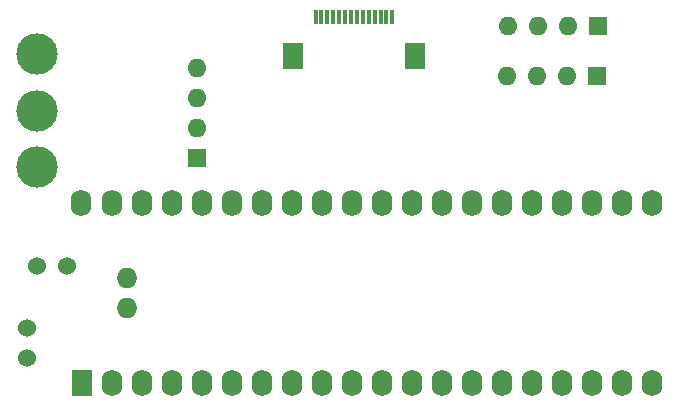
<source format=gbr>
%TF.GenerationSoftware,KiCad,Pcbnew,(6.0.7)*%
%TF.CreationDate,2023-06-13T14:52:57-04:00*%
%TF.ProjectId,STM32-NHD,53544d33-322d-44e4-9844-2e6b69636164,rev?*%
%TF.SameCoordinates,Original*%
%TF.FileFunction,Soldermask,Top*%
%TF.FilePolarity,Negative*%
%FSLAX46Y46*%
G04 Gerber Fmt 4.6, Leading zero omitted, Abs format (unit mm)*
G04 Created by KiCad (PCBNEW (6.0.7)) date 2023-06-13 14:52:57*
%MOMM*%
%LPD*%
G01*
G04 APERTURE LIST*
%ADD10C,3.500000*%
%ADD11C,1.524000*%
%ADD12R,1.600000X1.600000*%
%ADD13O,1.600000X1.600000*%
%ADD14R,1.727200X2.250000*%
%ADD15O,1.727200X2.250000*%
%ADD16O,1.727200X1.727200*%
%ADD17R,0.300000X1.300000*%
%ADD18R,1.800000X2.200000*%
G04 APERTURE END LIST*
D10*
%TO.C,REF\u002A\u002A*%
X129248408Y-97351088D03*
X129248408Y-92601088D03*
X129248408Y-87851088D03*
%TD*%
D11*
%TO.C,REF\u002A\u002A*%
X131776216Y-105794048D03*
X129236216Y-105794048D03*
%TD*%
D12*
%TO.C,*%
X176675000Y-89675000D03*
D13*
X174135000Y-89675000D03*
X171595000Y-89675000D03*
X169055000Y-89675000D03*
%TD*%
D14*
%TO.C,*%
X133065000Y-115675000D03*
D15*
X135605000Y-115675000D03*
X138145000Y-115675000D03*
X140685000Y-115675000D03*
X143225000Y-115675000D03*
X145765000Y-115675000D03*
X148305000Y-115675000D03*
X150845000Y-115675000D03*
X153385000Y-115675000D03*
X155925000Y-115675000D03*
X158465000Y-115675000D03*
X161005000Y-115675000D03*
X163545000Y-115675000D03*
X166085000Y-115675000D03*
X168625000Y-115675000D03*
X171165000Y-115675000D03*
X173705000Y-115675000D03*
X176245000Y-115675000D03*
X178785000Y-115675000D03*
X181325000Y-115675000D03*
X181325000Y-100435000D03*
X178785000Y-100435000D03*
X176245000Y-100435000D03*
X173705000Y-100435000D03*
X171165000Y-100435000D03*
X168625000Y-100435000D03*
X166085000Y-100435000D03*
X163545000Y-100435000D03*
X161005000Y-100435000D03*
X158465000Y-100435000D03*
X155925000Y-100435000D03*
X153385000Y-100435000D03*
X150845000Y-100435000D03*
X148305000Y-100435000D03*
X145765000Y-100435000D03*
X143225000Y-100435000D03*
X140685000Y-100435000D03*
X138145000Y-100435000D03*
X135605000Y-100435000D03*
X133014200Y-100435000D03*
D16*
X136875000Y-106775000D03*
X136875000Y-109315000D03*
%TD*%
D11*
%TO.C,REF\u002A\u002A*%
X128444752Y-113551208D03*
X128444752Y-111011208D03*
%TD*%
D17*
%TO.C,*%
X152850000Y-84725000D03*
X153350000Y-84725000D03*
X153850000Y-84725000D03*
X154350000Y-84725000D03*
X154850000Y-84725000D03*
X155350000Y-84725000D03*
X155850000Y-84725000D03*
X156350000Y-84725000D03*
X156850000Y-84725000D03*
X157350000Y-84725000D03*
X157850000Y-84725000D03*
X158350000Y-84725000D03*
X158850000Y-84725000D03*
X159350000Y-84725000D03*
D18*
X161250000Y-87975000D03*
X150950000Y-87975000D03*
%TD*%
D12*
%TO.C,*%
X176726864Y-85480144D03*
D13*
X174186864Y-85480144D03*
X171646864Y-85480144D03*
X169106864Y-85480144D03*
%TD*%
D12*
%TO.C,*%
X142850000Y-96650000D03*
D13*
X142850000Y-94110000D03*
X142850000Y-91570000D03*
X142850000Y-89030000D03*
%TD*%
M02*

</source>
